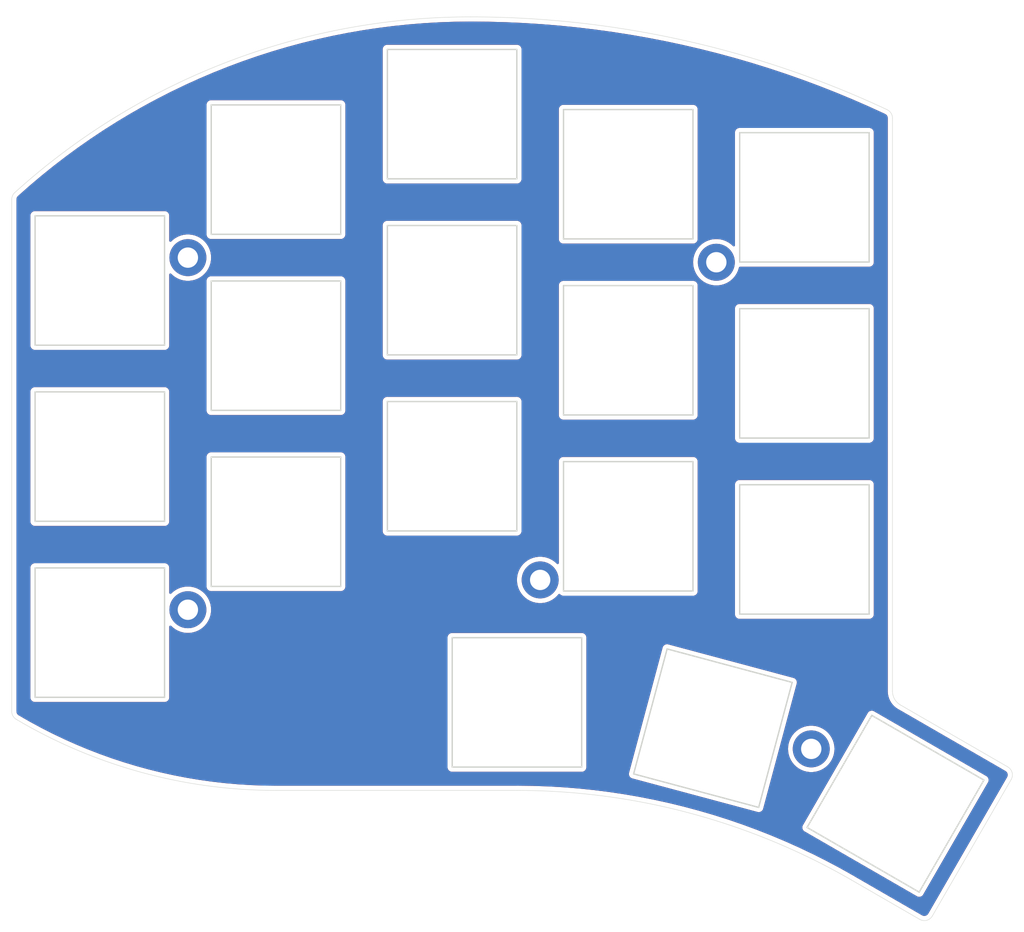
<source format=kicad_pcb>
(kicad_pcb (version 20211014) (generator pcbnew)
  (title_block (title "Swoop MX") (date "2021-12-10") (rev "0.1") (company "jmnw"))
  (layers (0 "F.Cu" signal) (31 "B.Cu" signal) (34 "B.Paste" user) (35 "F.Paste" user) (36 "B.SilkS" user "B.Silkscreen") (37 "F.SilkS" user "F.Silkscreen") (38 "B.Mask" user) (39 "F.Mask" user) (44 "Edge.Cuts" user))
  (net 0 "")
  (footprint "swoop:M2_hole_4mm" (layer "F.Cu") (at 138.429505 86.289097)
    (fp_text reference "H3" hide)
    (fp_text value "M2 Hole" hide)
    (pad "" thru_hole circle (at 0 0) (size 4 4) (drill 2.2) (layers *.Cu *.Mask))
  )
  (footprint "swoop:MX_cutout" (layer "F.Cu") (at 109.854505 108.364095)
    (fp_text reference "SW13" hide)
    (fp_text value "MX" hide)
    (fp_line (start -7 7) (end 7 7) (layer "Edge.Cuts") (width 0.15))
    (fp_line (start -7 -7) (end 7 -7) (layer "Edge.Cuts") (width 0.15))
    (fp_line (start -7 7) (end -7 -7) (layer "Edge.Cuts") (width 0.15))
    (fp_line (start 7 7) (end 7 -7) (layer "Edge.Cuts") (width 0.15))
  )
  (footprint "swoop:M2_hole_4mm" (layer "F.Cu") (at 81.279505 85.789596)
    (fp_text reference "H1" hide)
    (fp_text value "M2 Hole" hide)
    (pad "" thru_hole circle (at 0 0) (size 4 4) (drill 2.2) (layers *.Cu *.Mask))
  )
  (footprint "swoop:MX_cutout" (layer "F.Cu") (at 157.80447 144.884486 -30)
    (fp_text reference "SW18" hide)
    (fp_text value "MX" hide)
    (fp_line (start 7 7) (end 7 -7) (layer "Edge.Cuts") (width 0.15))
    (fp_line (start -7 -7) (end 7 -7) (layer "Edge.Cuts") (width 0.15))
    (fp_line (start -7 7) (end -7 -7) (layer "Edge.Cuts") (width 0.15))
    (fp_line (start -7 7) (end 7 7) (layer "Edge.Cuts") (width 0.15))
  )
  (footprint "swoop:MX_cutout" (layer "F.Cu") (at 128.904507 95.814092)
    (fp_text reference "SW9" hide)
    (fp_text value "MX" hide)
    (fp_line (start 7 7) (end 7 -7) (layer "Edge.Cuts") (width 0.15))
    (fp_line (start -7 7) (end -7 -7) (layer "Edge.Cuts") (width 0.15))
    (fp_line (start -7 7) (end 7 7) (layer "Edge.Cuts") (width 0.15))
    (fp_line (start -7 -7) (end 7 -7) (layer "Edge.Cuts") (width 0.15))
  )
  (footprint "swoop:MX_cutout" (layer "F.Cu") (at 71.754503 126.364596)
    (fp_text reference "SW11" hide)
    (fp_text value "MX" hide)
    (fp_line (start 7 7) (end 7 -7) (layer "Edge.Cuts") (width 0.15))
    (fp_line (start -7 7) (end -7 -7) (layer "Edge.Cuts") (width 0.15))
    (fp_line (start -7 -7) (end 7 -7) (layer "Edge.Cuts") (width 0.15))
    (fp_line (start -7 7) (end 7 7) (layer "Edge.Cuts") (width 0.15))
  )
  (footprint "swoop:MX_cutout" (layer "F.Cu") (at 147.954507 98.3141)
    (fp_text reference "SW10" hide)
    (fp_text value "MX" hide)
    (fp_line (start -7 7) (end 7 7) (layer "Edge.Cuts") (width 0.15))
    (fp_line (start -7 7) (end -7 -7) (layer "Edge.Cuts") (width 0.15))
    (fp_line (start -7 -7) (end 7 -7) (layer "Edge.Cuts") (width 0.15))
    (fp_line (start 7 7) (end 7 -7) (layer "Edge.Cuts") (width 0.15))
  )
  (footprint "swoop:MX_cutout" (layer "F.Cu") (at 71.754507 107.314592)
    (fp_text reference "SW6" hide)
    (fp_text value "MX" hide)
    (fp_line (start -7 7) (end 7 7) (layer "Edge.Cuts") (width 0.15))
    (fp_line (start 7 7) (end 7 -7) (layer "Edge.Cuts") (width 0.15))
    (fp_line (start -7 -7) (end 7 -7) (layer "Edge.Cuts") (width 0.15))
    (fp_line (start -7 7) (end -7 -7) (layer "Edge.Cuts") (width 0.15))
  )
  (footprint "swoop:MX_cutout" (layer "F.Cu") (at 90.804506 114.364597)
    (fp_text reference "SW12" hide)
    (fp_text value "MX" hide)
    (fp_line (start -7 7) (end -7 -7) (layer "Edge.Cuts") (width 0.15))
    (fp_line (start -7 -7) (end 7 -7) (layer "Edge.Cuts") (width 0.15))
    (fp_line (start 7 7) (end 7 -7) (layer "Edge.Cuts") (width 0.15))
    (fp_line (start -7 7) (end 7 7) (layer "Edge.Cuts") (width 0.15))
  )
  (footprint "swoop:MX_cutout" (layer "F.Cu") (at 109.8545 70.264097)
    (fp_text reference "SW3" hide)
    (fp_text value "MX" hide)
    (fp_line (start -7 7) (end -7 -7) (layer "Edge.Cuts") (width 0.15))
    (fp_line (start -7 7) (end 7 7) (layer "Edge.Cuts") (width 0.15))
    (fp_line (start 7 7) (end 7 -7) (layer "Edge.Cuts") (width 0.15))
    (fp_line (start -7 -7) (end 7 -7) (layer "Edge.Cuts") (width 0.15))
  )
  (footprint "swoop:MX_cutout" (layer "F.Cu") (at 147.954506 79.264097)
    (fp_text reference "SW5" hide)
    (fp_text value "MX" hide)
    (fp_line (start 7 7) (end 7 -7) (layer "Edge.Cuts") (width 0.15))
    (fp_line (start -7 -7) (end 7 -7) (layer "Edge.Cuts") (width 0.15))
    (fp_line (start -7 7) (end 7 7) (layer "Edge.Cuts") (width 0.15))
    (fp_line (start -7 7) (end -7 -7) (layer "Edge.Cuts") (width 0.15))
  )
  (footprint "swoop:MX_cutout" (layer "F.Cu") (at 116.866633 133.914577)
    (fp_text reference "SW16" hide)
    (fp_text value "MX" hide)
    (fp_line (start -7 -7) (end 7 -7) (layer "Edge.Cuts") (width 0.15))
    (fp_line (start 7 7) (end 7 -7) (layer "Edge.Cuts") (width 0.15))
    (fp_line (start -7 7) (end -7 -7) (layer "Edge.Cuts") (width 0.15))
    (fp_line (start -7 7) (end 7 7) (layer "Edge.Cuts") (width 0.15))
  )
  (footprint "swoop:MX_cutout" (layer "F.Cu") (at 71.7545 88.264598)
    (fp_text reference "SW1" hide)
    (fp_text value "MX" hide)
    (fp_line (start 7 7) (end 7 -7) (layer "Edge.Cuts") (width 0.15))
    (fp_line (start -7 -7) (end 7 -7) (layer "Edge.Cuts") (width 0.15))
    (fp_line (start -7 7) (end -7 -7) (layer "Edge.Cuts") (width 0.15))
    (fp_line (start -7 7) (end 7 7) (layer "Edge.Cuts") (width 0.15))
  )
  (footprint "swoop:MX_cutout" (layer "F.Cu") (at 128.904502 114.864096)
    (fp_text reference "SW14" hide)
    (fp_text value "MX" hide)
    (fp_line (start 7 7) (end 7 -7) (layer "Edge.Cuts") (width 0.15))
    (fp_line (start -7 7) (end -7 -7) (layer "Edge.Cuts") (width 0.15))
    (fp_line (start -7 7) (end 7 7) (layer "Edge.Cuts") (width 0.15))
    (fp_line (start -7 -7) (end 7 -7) (layer "Edge.Cuts") (width 0.15))
  )
  (footprint "swoop:MX_cutout" (layer "F.Cu") (at 90.804508 95.314595)
    (fp_text reference "SW7" hide)
    (fp_text value "MX" hide)
    (fp_line (start 7 7) (end 7 -7) (layer "Edge.Cuts") (width 0.15))
    (fp_line (start -7 7) (end -7 -7) (layer "Edge.Cuts") (width 0.15))
    (fp_line (start -7 7) (end 7 7) (layer "Edge.Cuts") (width 0.15))
    (fp_line (start -7 -7) (end 7 -7) (layer "Edge.Cuts") (width 0.15))
  )
  (footprint "swoop:MX_cutout" (layer "F.Cu") (at 128.904508 76.764101)
    (fp_text reference "SW4" hide)
    (fp_text value "MX" hide)
    (fp_line (start 7 7) (end 7 -7) (layer "Edge.Cuts") (width 0.15))
    (fp_line (start -7 -7) (end 7 -7) (layer "Edge.Cuts") (width 0.15))
    (fp_line (start -7 7) (end -7 -7) (layer "Edge.Cuts") (width 0.15))
    (fp_line (start -7 7) (end 7 7) (layer "Edge.Cuts") (width 0.15))
  )
  (footprint "swoop:M2_hole_4mm" (layer "F.Cu") (at 81.2795 123.889595)
    (fp_text reference "H2" hide)
    (fp_text value "M2 Hole" hide)
    (pad "" thru_hole circle (at 0 0) (size 4 4) (drill 2.2) (layers *.Cu *.Mask))
  )
  (footprint "swoop:MX_cutout" (layer "F.Cu") (at 138.057548 136.704796 -15)
    (fp_text reference "SW17" hide)
    (fp_text value "MX" hide)
    (fp_line (start -7 7) (end -7 -7) (layer "Edge.Cuts") (width 0.15))
    (fp_line (start -7 -7) (end 7 -7) (layer "Edge.Cuts") (width 0.15))
    (fp_line (start 7 7) (end 7 -7) (layer "Edge.Cuts") (width 0.15))
    (fp_line (start -7 7) (end 7 7) (layer "Edge.Cuts") (width 0.15))
  )
  (footprint "swoop:MX_cutout" (layer "F.Cu") (at 109.854503 89.314099)
    (fp_text reference "SW8" hide)
    (fp_text value "MX" hide)
    (fp_line (start -7 7) (end -7 -7) (layer "Edge.Cuts") (width 0.15))
    (fp_line (start -7 7) (end 7 7) (layer "Edge.Cuts") (width 0.15))
    (fp_line (start 7 7) (end 7 -7) (layer "Edge.Cuts") (width 0.15))
    (fp_line (start -7 -7) (end 7 -7) (layer "Edge.Cuts") (width 0.15))
  )
  (footprint "swoop:M2_hole_4mm" (layer "F.Cu") (at 119.379002 120.664038)
    (fp_text reference "H4" hide)
    (fp_text value "M2 Hole" hide)
    (pad "" thru_hole circle (at 0 0) (size 4 4) (drill 2.2) (layers *.Cu *.Mask))
  )
  (footprint "swoop:M2_hole_4mm" (layer "F.Cu") (at 148.696199 138.946853 -22.5)
    (fp_text reference "H4" hide)
    (fp_text value "M2 Hole" hide)
    (pad "" thru_hole circle (at 0 0 337.5) (size 4 4) (drill 2.2) (layers *.Cu *.Mask))
  )
  (footprint "swoop:MX_cutout" (layer "F.Cu") (at 147.954509 117.364096)
    (fp_text reference "SW15" hide)
    (fp_text value "MX" hide)
    (fp_line (start -7 7) (end 7 7) (layer "Edge.Cuts") (width 0.15))
    (fp_line (start -7 7) (end -7 -7) (layer "Edge.Cuts") (width 0.15))
    (fp_line (start 7 7) (end 7 -7) (layer "Edge.Cuts") (width 0.15))
    (fp_line (start -7 -7) (end 7 -7) (layer "Edge.Cuts") (width 0.15))
  )
  (footprint "swoop:MX_cutout" (layer "F.Cu") (at 90.804502 76.264599)
    (fp_text reference "SW2" hide)
    (fp_text value "MX" hide)
    (fp_line (start 7 7) (end 7 -7) (layer "Edge.Cuts") (width 0.15))
    (fp_line (start -7 7) (end 7 7) (layer "Edge.Cuts") (width 0.15))
    (fp_line (start -7 7) (end -7 -7) (layer "Edge.Cuts") (width 0.15))
    (fp_line (start -7 -7) (end 7 -7) (layer "Edge.Cuts") (width 0.15))
  )
  (gr_line (start 62.229901 79.489847) (end 62.229898 134.889748) (layer "Edge.Cuts") (width 0.05))
  (gr_arc (start 62.553703 78.753192) (mid 85.434102 64.657037) (end 111.854245 59.738676) (layer "Edge.Cuts") (width 0.05))
  (gr_line (start 157.47896 70.688766) (end 157.478676 132.696361) (layer "Edge.Cuts") (width 0.05))
  (gr_arc (start 156.903702 69.783193) (mid 157.322987 70.152346) (end 157.47896 70.688766) (layer "Edge.Cuts") (width 0.05))
  (gr_line (start 116.866694 143.439752) (end 90.804811 143.440092) (layer "Edge.Cuts") (width 0.05))
  (gr_line (start 160.424921 157.39489) (end 153.042235 153.132489) (layer "Edge.Cuts") (width 0.05))
  (gr_arc (start 169.949925 140.896893) (mid 170.415854 141.504099) (end 170.315958 142.26292) (layer "Edge.Cuts") (width 0.05))
  (gr_arc (start 62.703299 135.739103) (mid 62.356242 135.375934) (end 62.229898 134.889748) (layer "Edge.Cuts") (width 0.05))
  (gr_arc (start 111.854245 59.738676) (mid 134.932066 62.280325) (end 156.903702 69.783193) (layer "Edge.Cuts") (width 0.05))
  (gr_arc (start 116.866694 143.439752) (mid 135.592471 145.904932) (end 153.042235 153.132489) (layer "Edge.Cuts") (width 0.05))
  (gr_arc (start 161.790949 157.028856) (mid 161.183743 157.494787) (end 160.424921 157.39489) (layer "Edge.Cuts") (width 0.05))
  (gr_line (start 169.949925 140.896893) (end 158.34496 134.196213) (layer "Edge.Cuts") (width 0.05))
  (gr_arc (start 90.804811 143.440092) (mid 76.236013 141.479972) (end 62.703299 135.739103) (layer "Edge.Cuts") (width 0.05))
  (gr_arc (start 62.229901 79.489847) (mid 62.314424 79.087507) (end 62.553703 78.753192) (layer "Edge.Cuts") (width 0.05))
  (gr_arc (start 158.34496 134.196213) (mid 157.710876 133.562347) (end 157.478676 132.696361) (layer "Edge.Cuts") (width 0.05))
  (gr_line (start 161.790949 157.028856) (end 170.315958 142.26292) (layer "Edge.Cuts") (width 0.05))
  (zone (net 0) (net_name "") (layers F&B.Cu) (connect_pads (clearance 0.508)) (min_thickness 0.254) (fill yes (thermal_gap 0.508) (thermal_bridge_width 0.508) (island_removal_mode 1) (island_area_min 0))
    (polygon (pts (xy 171.704 158.75) (xy 60.96 158.75) (xy 60.96 57.912) (xy 171.704 57.912)))
  )
)
</source>
